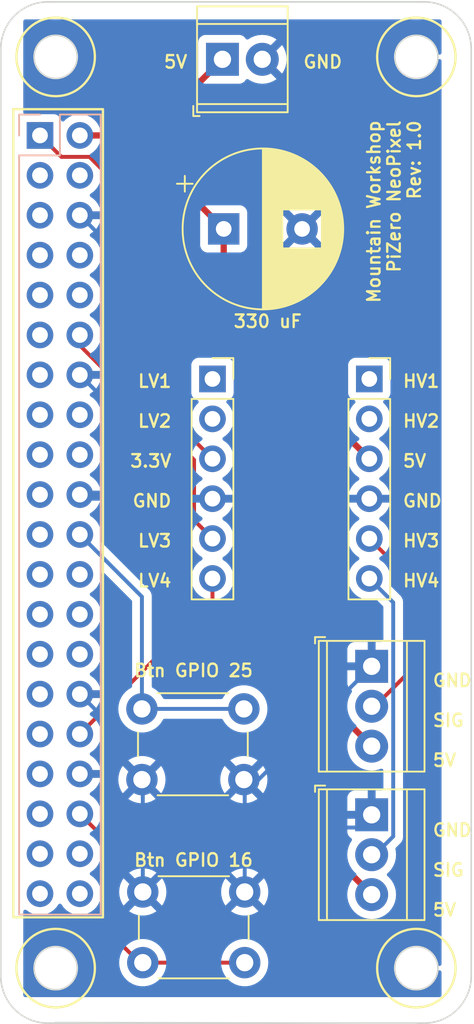
<source format=kicad_pcb>
(kicad_pcb (version 20221018) (generator pcbnew)
  (title_block (title "PiZero NeoPixel") (date "2023-02-27") (rev "1.0") (company "Mountain Workshop"))
  (layers (0 "F.Cu" signal) (31 "B.Cu" signal) (34 "B.Paste" user) (35 "F.Paste" user) (36 "B.SilkS" user "B.Silkscreen") (37 "F.SilkS" user "F.Silkscreen") (38 "B.Mask" user) (39 "F.Mask" user) (44 "Edge.Cuts" user))
  (net 0 "")
  (net 1 "Net-(J1-Pin_1)")
  (net 2 "GND")
  (net 3 "Net-(J1-Pin_12)")
  (net 4 "Net-(J3-Pin_2)")
  (net 5 "Net-(J1-Pin_36)")
  (net 20 "Net-(J1-Pin_22)")
  (net 28 "Net-(J1-Pin_32)")
  (net 38 "Net-(J4-Pin_2)")
  (net 39 "+5V")
  (footprint "TerminalBlock_TE-Connectivity:TerminalBlock_TE_282834-3_1x03_P2.54mm_Horizontal" (layer "F.Cu") (at 73.65 81.74 -90)
    (fp_text reference "J4" hide)
    (fp_text value "LED 12")
    (fp_line (start -1.86 2.97) (end -1.86 3.61) (stroke (width 0.12)) (layer "F.SilkS"))
    (fp_line (start -1.86 3.61) (end -1.46 3.61) (stroke (width 0.12)) (layer "F.SilkS"))
    (fp_line (start -1.62 -3.37) (end -1.62 3.37) (stroke (width 0.12)) (layer "F.SilkS"))
    (fp_line (start -1.62 -3.37) (end 6.7 -3.37) (stroke (width 0.12)) (layer "F.SilkS"))
    (fp_line (start -1.62 -2.25) (end 6.7 -2.25) (stroke (width 0.12)) (layer "F.SilkS"))
    (fp_line (start -1.62 2.85) (end 6.7 2.85) (stroke (width 0.12)) (layer "F.SilkS"))
    (fp_line (start -1.62 3.37) (end 6.7 3.37) (stroke (width 0.12)) (layer "F.SilkS"))
    (fp_line (start 6.7 -3.37) (end 6.7 3.37) (stroke (width 0.12)) (layer "F.SilkS"))
    (pad "1" thru_hole rect (at 0 0 270) (size 2.1 2.1) (drill 1.1) (layers "*.Cu" "*.Mask") (net 2 "GND"))
    (pad "2" thru_hole circle (at 2.54 0 270) (size 2.1 2.1) (drill 1.1) (layers "*.Cu" "*.Mask") (net 38 "Net-(J4-Pin_2)"))
    (pad "3" thru_hole circle (at 5.08 0 270) (size 2.1 2.1) (drill 1.1) (layers "*.Cu" "*.Mask") (net 39 "+5V"))
  )
  (footprint "Button_Switch_THT:SW_PUSH_6mm_H9.5mm" (layer "F.Cu") (at 65.555 91.15 180)
    (fp_text reference "SW1" hide)
    (fp_text value "Button")
    (fp_line (start -0.25 1.5) (end -0.25 3) (stroke (width 0.12)) (layer "F.SilkS"))
    (fp_line (start 1 5.5) (end 5.5 5.5) (stroke (width 0.12)) (layer "F.SilkS"))
    (fp_line (start 5.5 -1) (end 1 -1) (stroke (width 0.12)) (layer "F.SilkS"))
    (fp_line (start 6.75 3) (end 6.75 1.5) (stroke (width 0.12)) (layer "F.SilkS"))
    (pad "1" thru_hole circle (at 0 0 270) (size 2 2) (drill 1.1) (layers "*.Cu" "*.Mask") (net 5 "Net-(J1-Pin_36)"))
    (pad "1" thru_hole circle (at 6.5 0 270) (size 2 2) (drill 1.1) (layers "*.Cu" "*.Mask") (net 5 "Net-(J1-Pin_36)"))
    (pad "2" thru_hole circle (at 0 4.5 270) (size 2 2) (drill 1.1) (layers "*.Cu" "*.Mask") (net 2 "GND"))
    (pad "2" thru_hole circle (at 6.5 4.5 270) (size 2 2) (drill 1.1) (layers "*.Cu" "*.Mask") (net 2 "GND"))
  )
  (footprint "Connector_PinSocket_2.54mm:PinSocket_1x06_P2.54mm_Vertical" (layer "F.Cu") (at 73.5 54)
    (fp_text reference "J6" hide)
    (fp_text value "Converter High Side")
    (fp_line (start -1.33 1.27) (end -1.33 14.03) (stroke (width 0.12)) (layer "F.SilkS"))
    (fp_line (start -1.33 1.27) (end 1.33 1.27) (stroke (width 0.12)) (layer "F.SilkS"))
    (fp_line (start -1.33 14.03) (end 1.33 14.03) (stroke (width 0.12)) (layer "F.SilkS"))
    (fp_line (start 0 -1.33) (end 1.33 -1.33) (stroke (width 0.12)) (layer "F.SilkS"))
    (fp_line (start 1.33 -1.33) (end 1.33 0) (stroke (width 0.12)) (layer "F.SilkS"))
    (fp_line (start 1.33 1.27) (end 1.33 14.03) (stroke (width 0.12)) (layer "F.SilkS"))
    (pad "1" thru_hole rect (at 0 0) (size 1.7 1.7) (drill 1) (layers "*.Cu" "*.Mask"))
    (pad "2" thru_hole oval (at 0 2.54) (size 1.7 1.7) (drill 1) (layers "*.Cu" "*.Mask"))
    (pad "3" thru_hole oval (at 0 5.08) (size 1.7 1.7) (drill 1) (layers "*.Cu" "*.Mask") (net 39 "+5V"))
    (pad "4" thru_hole oval (at 0 7.62) (size 1.7 1.7) (drill 1) (layers "*.Cu" "*.Mask") (net 2 "GND"))
    (pad "5" thru_hole oval (at 0 10.16) (size 1.7 1.7) (drill 1) (layers "*.Cu" "*.Mask") (net 4 "Net-(J3-Pin_2)"))
    (pad "6" thru_hole oval (at 0 12.7) (size 1.7 1.7) (drill 1) (layers "*.Cu" "*.Mask") (net 38 "Net-(J4-Pin_2)"))
  )
  (footprint "TerminalBlock_TE-Connectivity:TerminalBlock_TE_282834-2_1x02_P2.54mm_Horizontal" (layer "F.Cu") (at 64.135 33.655)
    (fp_text reference "J2" hide)
    (fp_text value "Power")
    (fp_line (start -1.86 2.97) (end -1.86 3.61) (stroke (width 0.12)) (layer "F.SilkS"))
    (fp_line (start -1.86 3.61) (end -1.46 3.61) (stroke (width 0.12)) (layer "F.SilkS"))
    (fp_line (start -1.62 -3.37) (end -1.62 3.37) (stroke (width 0.12)) (layer "F.SilkS"))
    (fp_line (start -1.62 -3.37) (end 4.16 -3.37) (stroke (width 0.12)) (layer "F.SilkS"))
    (fp_line (start -1.62 -2.25) (end 4.16 -2.25) (stroke (width 0.12)) (layer "F.SilkS"))
    (fp_line (start -1.62 2.85) (end 4.16 2.85) (stroke (width 0.12)) (layer "F.SilkS"))
    (fp_line (start -1.62 3.37) (end 4.16 3.37) (stroke (width 0.12)) (layer "F.SilkS"))
    (fp_line (start 4.16 -3.37) (end 4.16 3.37) (stroke (width 0.12)) (layer "F.SilkS"))
    (pad "1" thru_hole rect (at 0 0) (size 2.1 2.1) (drill 1.1) (layers "*.Cu" "*.Mask") (net 39 "+5V"))
    (pad "2" thru_hole circle (at 2.54 0) (size 2.1 2.1) (drill 1.1) (layers "*.Cu" "*.Mask") (net 2 "GND"))
  )
  (footprint "Button_Switch_THT:SW_PUSH_6mm_H9.5mm" (layer "F.Cu") (at 59 75)
    (fp_text reference "SW2" hide)
    (fp_text value "Button 25")
    (fp_line (start -0.25 1.5) (end -0.25 3) (stroke (width 0.12)) (layer "F.SilkS"))
    (fp_line (start 1 5.5) (end 5.5 5.5) (stroke (width 0.12)) (layer "F.SilkS"))
    (fp_line (start 5.5 -1) (end 1 -1) (stroke (width 0.12)) (layer "F.SilkS"))
    (fp_line (start 6.75 3) (end 6.75 1.5) (stroke (width 0.12)) (layer "F.SilkS"))
    (pad "1" thru_hole circle (at 0 0 90) (size 2 2) (drill 1.1) (layers "*.Cu" "*.Mask") (net 20 "Net-(J1-Pin_22)"))
    (pad "1" thru_hole circle (at 6.5 0 90) (size 2 2) (drill 1.1) (layers "*.Cu" "*.Mask") (net 20 "Net-(J1-Pin_22)"))
    (pad "2" thru_hole circle (at 0 4.5 90) (size 2 2) (drill 1.1) (layers "*.Cu" "*.Mask") (net 2 "GND"))
    (pad "2" thru_hole circle (at 6.5 4.5 90) (size 2 2) (drill 1.1) (layers "*.Cu" "*.Mask") (net 2 "GND"))
  )
  (footprint "TerminalBlock_TE-Connectivity:TerminalBlock_TE_282834-3_1x03_P2.54mm_Horizontal" (layer "F.Cu") (at 73.65 72.29 -90)
    (fp_text reference "J3" hide)
    (fp_text value "LED 18")
    (fp_line (start -1.86 2.97) (end -1.86 3.61) (stroke (width 0.12)) (layer "F.SilkS"))
    (fp_line (start -1.86 3.61) (end -1.46 3.61) (stroke (width 0.12)) (layer "F.SilkS"))
    (fp_line (start -1.62 -3.37) (end -1.62 3.37) (stroke (width 0.12)) (layer "F.SilkS"))
    (fp_line (start -1.62 -3.37) (end 6.7 -3.37) (stroke (width 0.12)) (layer "F.SilkS"))
    (fp_line (start -1.62 -2.25) (end 6.7 -2.25) (stroke (width 0.12)) (layer "F.SilkS"))
    (fp_line (start -1.62 2.85) (end 6.7 2.85) (stroke (width 0.12)) (layer "F.SilkS"))
    (fp_line (start -1.62 3.37) (end 6.7 3.37) (stroke (width 0.12)) (layer "F.SilkS"))
    (fp_line (start 6.7 -3.37) (end 6.7 3.37) (stroke (width 0.12)) (layer "F.SilkS"))
    (pad "1" thru_hole rect (at 0 0 270) (size 2.1 2.1) (drill 1.1) (layers "*.Cu" "*.Mask") (net 2 "GND"))
    (pad "2" thru_hole circle (at 2.54 0 270) (size 2.1 2.1) (drill 1.1) (layers "*.Cu" "*.Mask") (net 4 "Net-(J3-Pin_2)"))
    (pad "3" thru_hole circle (at 5.08 0 270) (size 2.1 2.1) (drill 1.1) (layers "*.Cu" "*.Mask") (net 39 "+5V"))
  )
  (footprint "Connector_PinSocket_2.54mm:PinSocket_1x06_P2.54mm_Vertical" (layer "F.Cu") (at 63.5 54)
    (fp_text reference "J5" hide)
    (fp_text value "Converter Low Side")
    (fp_line (start -1.33 1.27) (end -1.33 14.03) (stroke (width 0.12)) (layer "F.SilkS"))
    (fp_line (start -1.33 1.27) (end 1.33 1.27) (stroke (width 0.12)) (layer "F.SilkS"))
    (fp_line (start -1.33 14.03) (end 1.33 14.03) (stroke (width 0.12)) (layer "F.SilkS"))
    (fp_line (start 0 -1.33) (end 1.33 -1.33) (stroke (width 0.12)) (layer "F.SilkS"))
    (fp_line (start 1.33 -1.33) (end 1.33 0) (stroke (width 0.12)) (layer "F.SilkS"))
    (fp_line (start 1.33 1.27) (end 1.33 14.03) (stroke (width 0.12)) (layer "F.SilkS"))
    (pad "1" thru_hole rect (at 0 0) (size 1.7 1.7) (drill 1) (layers "*.Cu" "*.Mask"))
    (pad "2" thru_hole oval (at 0 2.54) (size 1.7 1.7) (drill 1) (layers "*.Cu" "*.Mask"))
    (pad "3" thru_hole oval (at 0 5.08) (size 1.7 1.7) (drill 1) (layers "*.Cu" "*.Mask") (net 1 "Net-(J1-Pin_1)"))
    (pad "4" thru_hole oval (at 0 7.62) (size 1.7 1.7) (drill 1) (layers "*.Cu" "*.Mask") (net 2 "GND"))
    (pad "5" thru_hole oval (at 0 10.16) (size 1.7 1.7) (drill 1) (layers "*.Cu" "*.Mask") (net 3 "Net-(J1-Pin_12)"))
    (pad "6" thru_hole oval (at 0 12.7) (size 1.7 1.7) (drill 1) (layers "*.Cu" "*.Mask") (net 28 "Net-(J1-Pin_32)"))
  )
  (footprint "Capacitor_THT:CP_Radial_D10.0mm_P5.00mm" (layer "F.Cu") (at 64.215 44.45)
    (fp_text reference "C1" hide)
    (fp_text value "330uF")
    (fp_line (start -2.979646 -2.875) (end -1.979646 -2.875) (stroke (width 0.12)) (layer "F.SilkS"))
    (fp_line (start -2.479646 -3.375) (end -2.479646 -2.375) (stroke (width 0.12)) (layer "F.SilkS"))
    (fp_line (start 2.5 -5.08) (end 2.5 5.08) (stroke (width 0.12)) (layer "F.SilkS"))
    (fp_line (start 2.54 -5.08) (end 2.54 5.08) (stroke (width 0.12)) (layer "F.SilkS"))
    (fp_line (start 2.58 -5.08) (end 2.58 5.08) (stroke (width 0.12)) (layer "F.SilkS"))
    (fp_line (start 2.62 -5.079) (end 2.62 5.079) (stroke (width 0.12)) (layer "F.SilkS"))
    (fp_line (start 2.66 -5.078) (end 2.66 5.078) (stroke (width 0.12)) (layer "F.SilkS"))
    (fp_line (start 2.7 -5.077) (end 2.7 5.077) (stroke (width 0.12)) (layer "F.SilkS"))
    (fp_line (start 2.74 -5.075) (end 2.74 5.075) (stroke (width 0.12)) (layer "F.SilkS"))
    (fp_line (start 2.78 -5.073) (end 2.78 5.073) (stroke (width 0.12)) (layer "F.SilkS"))
    (fp_line (start 2.82 -5.07) (end 2.82 5.07) (stroke (width 0.12)) (layer "F.SilkS"))
    (fp_line (start 2.86 -5.068) (end 2.86 5.068) (stroke (width 0.12)) (layer "F.SilkS"))
    (fp_line (start 2.9 -5.065) (end 2.9 5.065) (stroke (width 0.12)) (layer "F.SilkS"))
    (fp_line (start 2.94 -5.062) (end 2.94 5.062) (stroke (width 0.12)) (layer "F.SilkS"))
    (fp_line (start 2.98 -5.058) (end 2.98 5.058) (stroke (width 0.12)) (layer "F.SilkS"))
    (fp_line (start 3.02 -5.054) (end 3.02 5.054) (stroke (width 0.12)) (layer "F.SilkS"))
    (fp_line (start 3.06 -5.05) (end 3.06 5.05) (stroke (width 0.12)) (layer "F.SilkS"))
    (fp_line (start 3.1 -5.045) (end 3.1 5.045) (stroke (width 0.12)) (layer "F.SilkS"))
    (fp_line (start 3.14 -5.04) (end 3.14 5.04) (stroke (width 0.12)) (layer "F.SilkS"))
    (fp_line (start 3.18 -5.035) (end 3.18 5.035) (stroke (width 0.12)) (layer "F.SilkS"))
    (fp_line (start 3.221 -5.03) (end 3.221 5.03) (stroke (width 0.12)) (layer "F.SilkS"))
    (fp_line (start 3.261 -5.024) (end 3.261 5.024) (stroke (width 0.12)) (layer "F.SilkS"))
    (fp_line (start 3.301 -5.018) (end 3.301 5.018) (stroke (width 0.12)) (layer "F.SilkS"))
    (fp_line (start 3.341 -5.011) (end 3.341 5.011) (stroke (width 0.12)) (layer "F.SilkS"))
    (fp_line (start 3.381 -5.004) (end 3.381 5.004) (stroke (width 0.12)) (layer "F.SilkS"))
    (fp_line (start 3.421 -4.997) (end 3.421 4.997) (stroke (width 0.12)) (layer "F.SilkS"))
    (fp_line (start 3.461 -4.99) (end 3.461 4.99) (stroke (width 0.12)) (layer "F.SilkS"))
    (fp_line (start 3.501 -4.982) (end 3.501 4.982) (stroke (width 0.12)) (layer "F.SilkS"))
    (fp_line (start 3.541 -4.974) (end 3.541 4.974) (stroke (width 0.12)) (layer "F.SilkS"))
    (fp_line (start 3.581 -4.965) (end 3.581 4.965) (stroke (width 0.12)) (layer "F.SilkS"))
    (fp_line (start 3.621 -4.956) (end 3.621 4.956) (stroke (width 0.12)) (layer "F.SilkS"))
    (fp_line (start 3.661 -4.947) (end 3.661 4.947) (stroke (width 0.12)) (layer "F.SilkS"))
    (fp_line (start 3.701 -4.938) (end 3.701 4.938) (stroke (width 0.12)) (layer "F.SilkS"))
    (fp_line (start 3.741 -4.928) (end 3.741 4.928) (stroke (width 0.12)) (layer "F.SilkS"))
    (fp_line (start 3.781 -4.918) (end 3.781 -1.241) (stroke (width 0.12)) (layer "F.SilkS"))
    (fp_line (start 3.781 1.241) (end 3.781 4.918) (stroke (width 0.12)) (layer "F.SilkS"))
    (fp_line (start 3.821 -4.907) (end 3.821 -1.241) (stroke (width 0.12)) (layer "F.SilkS"))
    (fp_line (start 3.821 1.241) (end 3.821 4.907) (stroke (width 0.12)) (layer "F.SilkS"))
    (fp_line (start 3.861 -4.897) (end 3.861 -1.241) (stroke (width 0.12)) (layer "F.SilkS"))
    (fp_line (start 3.861 1.241) (end 3.861 4.897) (stroke (width 0.12)) (layer "F.SilkS"))
    (fp_line (start 3.901 -4.885) (end 3.901 -1.241) (stroke (width 0.12)) (layer "F.SilkS"))
    (fp_line (start 3.901 1.241) (end 3.901 4.885) (stroke (width 0.12)) (layer "F.SilkS"))
    (fp_line (start 3.941 -4.874) (end 3.941 -1.241) (stroke (width 0.12)) (layer "F.SilkS"))
    (fp_line (start 3.941 1.241) (end 3.941 4.874) (stroke (width 0.12)) (layer "F.SilkS"))
    (fp_line (start 3.981 -4.862) (end 3.981 -1.241) (stroke (width 0.12)) (layer "F.SilkS"))
    (fp_line (start 3.981 1.241) (end 3.981 4.862) (stroke (width 0.12)) (layer "F.SilkS"))
    (fp_line (start 4.021 -4.85) (end 4.021 -1.241) (stroke (width 0.12)) (layer "F.SilkS"))
    (fp_line (start 4.021 1.241) (end 4.021 4.85) (stroke (width 0.12)) (layer "F.SilkS"))
    (fp_line (start 4.061 -4.837) (end 4.061 -1.241) (stroke (width 0.12)) (layer "F.SilkS"))
    (fp_line (start 4.061 1.241) (end 4.061 4.837) (stroke (width 0.12)) (layer "F.SilkS"))
    (fp_line (start 4.101 -4.824) (end 4.101 -1.241) (stroke (width 0.12)) (layer "F.SilkS"))
    (fp_line (start 4.101 1.241) (end 4.101 4.824) (stroke (width 0.12)) (layer "F.SilkS"))
    (fp_line (start 4.141 -4.811) (end 4.141 -1.241) (stroke (width 0.12)) (layer "F.SilkS"))
    (fp_line (start 4.141 1.241) (end 4.141 4.811) (stroke (width 0.12)) (layer "F.SilkS"))
    (fp_line (start 4.181 -4.797) (end 4.181 -1.241) (stroke (width 0.12)) (layer "F.SilkS"))
    (fp_line (start 4.181 1.241) (end 4.181 4.797) (stroke (width 0.12)) (layer "F.SilkS"))
    (fp_line (start 4.221 -4.783) (end 4.221 -1.241) (stroke (width 0.12)) (layer "F.SilkS"))
    (fp_line (start 4.221 1.241) (end 4.221 4.783) (stroke (width 0.12)) (layer "F.SilkS"))
    (fp_line (start 4.261 -4.768) (end 4.261 -1.241) (stroke (width 0.12)) (layer "F.SilkS"))
    (fp_line (start 4.261 1.241) (end 4.261 4.768) (stroke (width 0.12)) (layer "F.SilkS"))
    (fp_line (start 4.301 -4.754) (end 4.301 -1.241) (stroke (width 0.12)) (layer "F.SilkS"))
    (fp_line (start 4.301 1.241) (end 4.301 4.754) (stroke (width 0.12)) (layer "F.SilkS"))
    (fp_line (start 4.341 -4.738) (end 4.341 -1.241) (stroke (width 0.12)) (layer "F.SilkS"))
    (fp_line (start 4.341 1.241) (end 4.341 4.738) (stroke (width 0.12)) (layer "F.SilkS"))
    (fp_line (start 4.381 -4.723) (end 4.381 -1.241) (stroke (width 0.12)) (layer "F.SilkS"))
    (fp_line (start 4.381 1.241) (end 4.381 4.723) (stroke (width 0.12)) (layer "F.SilkS"))
    (fp_line (start 4.421 -4.707) (end 4.421 -1.241) (stroke (width 0.12)) (layer "F.SilkS"))
    (fp_line (start 4.421 1.241) (end 4.421 4.707) (stroke (width 0.12)) (layer "F.SilkS"))
    (fp_line (start 4.461 -4.69) (end 4.461 -1.241) (stroke (width 0.12)) (layer "F.SilkS"))
    (fp_line (start 4.461 1.241) (end 4.461 4.69) (stroke (width 0.12)) (layer "F.SilkS"))
    (fp_line (start 4.501 -4.674) (end 4.501 -1.241) (stroke (width 0.12)) (layer "F.SilkS"))
    (fp_line (start 4.501 1.241) (end 4.501 4.674) (stroke (width 0.12)) (layer "F.SilkS"))
    (fp_line (start 4.541 -4.657) (end 4.541 -1.241) (stroke (width 0.12)) (layer "F.SilkS"))
    (fp_line (start 4.541 1.241) (end 4.541 4.657) (stroke (width 0.12)) (layer "F.SilkS"))
    (fp_line (start 4.581 -4.639) (end 4.581 -1.241) (stroke (width 0.12)) (layer "F.SilkS"))
    (fp_line (start 4.581 1.241) (end 4.581 4.639) (stroke (width 0.12)) (layer "F.SilkS"))
    (fp_line (start 4.621 -4.621) (end 4.621 -1.241) (stroke (width 0.12)) (layer "F.SilkS"))
    (fp_line (start 4.621 1.241) (end 4.621 4.621) (stroke (width 0.12)) (layer "F.SilkS"))
    (fp_line (start 4.661 -4.603) (end 4.661 -1.241) (stroke (width 0.12)) (layer "F.SilkS"))
    (fp_line (start 4.661 1.241) (end 4.661 4.603) (stroke (width 0.12)) (layer "F.SilkS"))
    (fp_line (start 4.701 -4.584) (end 4.701 -1.241) (stroke (width 0.12)) (layer "F.SilkS"))
    (fp_line (start 4.701 1.241) (end 4.701 4.584) (stroke (width 0.12)) (layer "F.SilkS"))
    (fp_line (start 4.741 -4.564) (end 4.741 -1.241) (stroke (width 0.12)) (layer "F.SilkS"))
    (fp_line (start 4.741 1.241) (end 4.741 4.564) (stroke (width 0.12)) (layer "F.SilkS"))
    (fp_line (start 4.781 -4.545) (end 4.781 -1.241) (stroke (width 0.12)) (layer "F.SilkS"))
    (fp_line (start 4.781 1.241) (end 4.781 4.545) (stroke (width 0.12)) (layer "F.SilkS"))
    (fp_line (start 4.821 -4.525) (end 4.821 -1.241) (stroke (width 0.12)) (layer "F.SilkS"))
    (fp_line (start 4.821 1.241) (end 4.821 4.525) (stroke (width 0.12)) (layer "F.SilkS"))
    (fp_line (start 4.861 -4.504) (end 4.861 -1.241) (stroke (width 0.12)) (layer "F.SilkS"))
    (fp_line (start 4.861 1.241) (end 4.861 4.504) (stroke (width 0.12)) (layer "F.SilkS"))
    (fp_line (start 4.901 -4.483) (end 4.901 -1.241) (stroke (width 0.12)) (layer "F.SilkS"))
    (fp_line (start 4.901 1.241) (end 4.901 4.483) (stroke (width 0.12)) (layer "F.SilkS"))
    (fp_line (start 4.941 -4.462) (end 4.941 -1.241) (stroke (width 0.12)) (layer "F.SilkS"))
    (fp_line (start 4.941 1.241) (end 4.941 4.462) (stroke (width 0.12)) (layer "F.SilkS"))
    (fp_line (start 4.981 -4.44) (end 4.981 -1.241) (stroke (width 0.12)) (layer "F.SilkS"))
    (fp_line (start 4.981 1.241) (end 4.981 4.44) (stroke (width 0.12)) (layer "F.SilkS"))
    (fp_line (start 5.021 -4.417) (end 5.021 -1.241) (stroke (width 0.12)) (layer "F.SilkS"))
    (fp_line (start 5.021 1.241) (end 5.021 4.417) (stroke (width 0.12)) (layer "F.SilkS"))
    (fp_line (start 5.061 -4.395) (end 5.061 -1.241) (stroke (width 0.12)) (layer "F.SilkS"))
    (fp_line (start 5.061 1.241) (end 5.061 4.395) (stroke (width 0.12)) (layer "F.SilkS"))
    (fp_line (start 5.101 -4.371) (end 5.101 -1.241) (stroke (width 0.12)) (layer "F.SilkS"))
    (fp_line (start 5.101 1.241) (end 5.101 4.371) (stroke (width 0.12)) (layer "F.SilkS"))
    (fp_line (start 5.141 -4.347) (end 5.141 -1.241) (stroke (width 0.12)) (layer "F.SilkS"))
    (fp_line (start 5.141 1.241) (end 5.141 4.347) (stroke (width 0.12)) (layer "F.SilkS"))
    (fp_line (start 5.181 -4.323) (end 5.181 -1.241) (stroke (width 0.12)) (layer "F.SilkS"))
    (fp_line (start 5.181 1.241) (end 5.181 4.323) (stroke (width 0.12)) (layer "F.SilkS"))
    (fp_line (start 5.221 -4.298) (end 5.221 -1.241) (stroke (width 0.12)) (layer "F.SilkS"))
    (fp_line (start 5.221 1.241) (end 5.221 4.298) (stroke (width 0.12)) (layer "F.SilkS"))
    (fp_line (start 5.261 -4.273) (end 5.261 -1.241) (stroke (width 0.12)) (layer "F.SilkS"))
    (fp_line (start 5.261 1.241) (end 5.261 4.273) (stroke (width 0.12)) (layer "F.SilkS"))
    (fp_line (start 5.301 -4.247) (end 5.301 -1.241) (stroke (width 0.12)) (layer "F.SilkS"))
    (fp_line (start 5.301 1.241) (end 5.301 4.247) (stroke (width 0.12)) (layer "F.SilkS"))
    (fp_line (start 5.341 -4.221) (end 5.341 -1.241) (stroke (width 0.12)) (layer "F.SilkS"))
    (fp_line (start 5.341 1.241) (end 5.341 4.221) (stroke (width 0.12)) (layer "F.SilkS"))
    (fp_line (start 5.381 -4.194) (end 5.381 -1.241) (stroke (width 0.12)) (layer "F.SilkS"))
    (fp_line (start 5.381 1.241) (end 5.381 4.194) (stroke (width 0.12)) (layer "F.SilkS"))
    (fp_line (start 5.421 -4.166) (end 5.421 -1.241) (stroke (width 0.12)) (layer "F.SilkS"))
    (fp_line (start 5.421 1.241) (end 5.421 4.166) (stroke (width 0.12)) (layer "F.SilkS"))
    (fp_line (start 5.461 -4.138) (end 5.461 -1.241) (stroke (width 0.12)) (layer "F.SilkS"))
    (fp_line (start 5.461 1.241) (end 5.461 4.138) (stroke (width 0.12)) (layer "F.SilkS"))
    (fp_line (start 5.501 -4.11) (end 5.501 -1.241) (stroke (width 0.12)) (layer "F.SilkS"))
    (fp_line (start 5.501 1.241) (end 5.501 4.11) (stroke (width 0.12)) (layer "F.SilkS"))
    (fp_line (start 5.541 -4.08) (end 5.541 -1.241) (stroke (width 0.12)) (layer "F.SilkS"))
    (fp_line (start 5.541 1.241) (end 5.541 4.08) (stroke (width 0.12)) (layer "F.SilkS"))
    (fp_line (start 5.581 -4.05) (end 5.581 -1.241) (stroke (width 0.12)) (layer "F.SilkS"))
    (fp_line (start 5.581 1.241) (end 5.581 4.05) (stroke (width 0.12)) (layer "F.SilkS"))
    (fp_line (start 5.621 -4.02) (end 5.621 -1.241) (stroke (width 0.12)) (layer "F.SilkS"))
    (fp_line (start 5.621 1.241) (end 5.621 4.02) (stroke (width 0.12)) (layer "F.SilkS"))
    (fp_line (start 5.661 -3.989) (end 5.661 -1.241) (stroke (width 0.12)) (layer "F.SilkS"))
    (fp_line (start 5.661 1.241) (end 5.661 3.989) (stroke (width 0.12)) (layer "F.SilkS"))
    (fp_line (start 5.701 -3.957) (end 5.701 -1.241) (stroke (width 0.12)) (layer "F.SilkS"))
    (fp_line (start 5.701 1.241) (end 5.701 3.957) (stroke (width 0.12)) (layer "F.SilkS"))
    (fp_line (start 5.741 -3.925) (end 5.741 -1.241) (stroke (width 0.12)) (layer "F.SilkS"))
    (fp_line (start 5.741 1.241) (end 5.741 3.925) (stroke (width 0.12)) (layer "F.SilkS"))
    (fp_line (start 5.781 -3.892) (end 5.781 -1.241) (stroke (width 0.12)) (layer "F.SilkS"))
    (fp_line (start 5.781 1.241) (end 5.781 3.892) (stroke (width 0.12)) (layer "F.SilkS"))
    (fp_line (start 5.821 -3.858) (end 5.821 -1.241) (stroke (width 0.12)) (layer "F.SilkS"))
    (fp_line (start 5.821 1.241) (end 5.821 3.858) (stroke (width 0.12)) (layer "F.SilkS"))
    (fp_line (start 5.861 -3.824) (end 5.861 -1.241) (stroke (width 0.12)) (layer "F.SilkS"))
    (fp_line (start 5.861 1.241) (end 5.861 3.824) (stroke (width 0.12)) (layer "F.SilkS"))
    (fp_line (start 5.901 -3.789) (end 5.901 -1.241) (stroke (width 0.12)) (layer "F.SilkS"))
    (fp_line (start 5.901 1.241) (end 5.901 3.789) (stroke (width 0.12)) (layer "F.SilkS"))
    (fp_line (start 5.941 -3.753) (end 5.941 -1.241) (stroke (width 0.12)) (layer "F.SilkS"))
    (fp_line (start 5.941 1.241) (end 5.941 3.753) (stroke (width 0.12)) (layer "F.SilkS"))
    (fp_line (start 5.981 -3.716) (end 5.981 -1.241) (stroke (width 0.12)) (layer "F.SilkS"))
    (fp_line (start 5.981 1.241) (end 5.981 3.716) (stroke (width 0.12)) (layer "F.SilkS"))
    (fp_line (start 6.021 -3.679) (end 6.021 -1.241) (stroke (width 0.12)) (layer "F.SilkS"))
    (fp_line (start 6.021 1.241) (end 6.021 3.679) (stroke (width 0.12)) (layer "F.SilkS"))
    (fp_line (start 6.061 -3.64) (end 6.061 -1.241) (stroke (width 0.12)) (layer "F.SilkS"))
    (fp_line (start 6.061 1.241) (end 6.061 3.64) (stroke (width 0.12)) (layer "F.SilkS"))
    (fp_line (start 6.101 -3.601) (end 6.101 -1.241) (stroke (width 0.12)) (layer "F.SilkS"))
    (fp_line (start 6.101 1.241) (end 6.101 3.601) (stroke (width 0.12)) (layer "F.SilkS"))
    (fp_line (start 6.141 -3.561) (end 6.141 -1.241) (stroke (width 0.12)) (layer "F.SilkS"))
    (fp_line (start 6.141 1.241) (end 6.141 3.561) (stroke (width 0.12)) (layer "F.SilkS"))
    (fp_line (start 6.181 -3.52) (end 6.181 -1.241) (stroke (width 0.12)) (layer "F.SilkS"))
    (fp_line (start 6.181 1.241) (end 6.181 3.52) (stroke (width 0.12)) (layer "F.SilkS"))
    (fp_line (start 6.221 -3.478) (end 6.221 -1.241) (stroke (width 0.12)) (layer "F.SilkS"))
    (fp_line (start 6.221 1.241) (end 6.221 3.478) (stroke (width 0.12)) (layer "F.SilkS"))
    (fp_line (start 6.261 -3.436) (end 6.261 3.436) (stroke (width 0.12)) (layer "F.SilkS"))
    (fp_line (start 6.301 -3.392) (end 6.301 3.392) (stroke (width 0.12)) (layer "F.SilkS"))
    (fp_line (start 6.341 -3.347) (end 6.341 3.347) (stroke (width 0.12)) (layer "F.SilkS"))
    (fp_line (start 6.381 -3.301) (end 6.381 3.301) (stroke (width 0.12)) (layer "F.SilkS"))
    (fp_line (start 6.421 -3.254) (end 6.421 3.254) (stroke (width 0.12)) (layer "F.SilkS"))
    (fp_line (start 6.461 -3.206) (end 6.461 3.206) (stroke (width 0.12)) (layer "F.SilkS"))
    (fp_line (start 6.501 -3.156) (end 6.501 3.156) (stroke (width 0.12)) (layer "F.SilkS"))
    (fp_line (start 6.541 -3.106) (end 6.541 3.106) (stroke (width 0.12)) (layer "F.SilkS"))
    (fp_line (start 6.581 -3.054) (end 6.581 3.054) (stroke (width 0.12)) (layer "F.SilkS"))
    (fp_line (start 6.621 -3) (end 6.621 3) (stroke (width 0.12)) (layer "F.SilkS"))
    (fp_line (start 6.661 -2.945) (end 6.661 2.945) (stroke (width 0.12)) (layer "F.SilkS"))
    (fp_line (start 6.701 -2.889) (end 6.701 2.889) (stroke (width 0.12)) (layer "F.SilkS"))
    (fp_line (start 6.741 -2.83) (end 6.741 2.83) (stroke (width 0.12)) (layer "F.SilkS"))
    (fp_line (start 6.781 -2.77) (end 6.781 2.77) (stroke (width 0.12)) (layer "F.SilkS"))
    (fp_line (start 6.821 -2.709) (end 6.821 2.709) (stroke (width 0.12)) (layer "F.SilkS"))
    (fp_line (start 6.861 -2.645) (end 6.861 2.645) (stroke (width 0.12)) (layer "F.SilkS"))
    (fp_line (start 6.901 -2.579) (end 6.901 2.579) (stroke (width 0.12)) (layer "F.SilkS"))
    (fp_line (start 6.941 -2.51) (end 6.941 2.51) (stroke (width 0.12)) (layer "F.SilkS"))
    (fp_line (start 6.981 -2.439) (end 6.981 2.439) (stroke (width 0.12)) (layer "F.SilkS"))
    (fp_line (start 7.021 -2.365) (end 7.021 2.365) (stroke (width 0.12)) (layer "F.SilkS"))
    (fp_line (start 7.061 -2.289) (end 7.061 2.289) (stroke (width 0.12)) (layer "F.SilkS"))
    (fp_line (start 7.101 -2.209) (end 7.101 2.209) (stroke (width 0.12)) (layer "F.SilkS"))
    (fp_line (start 7.141 -2.125) (end 7.141 2.125) (stroke (width 0.12)) (layer "F.SilkS"))
    (fp_line (start 7.181 -2.037) (end 7.181 2.037) (stroke (width 0.12)) (layer "F.SilkS"))
    (fp_line (start 7.221 -1.944) (end 7.221 1.944) (stroke (width 0.12)) (layer "F.SilkS"))
    (fp_line (start 7.261 -1.846) (end 7.261 1.846) (stroke (width 0.12)) (layer "F.SilkS"))
    (fp_line (start 7.301 -1.742) (end 7.301 1.742) (stroke (width 0.12)) (layer "F.SilkS"))
    (fp_line (start 7.341 -1.63) (end 7.341 1.63) (stroke (width 0.12)) (layer "F.SilkS"))
    (fp_line (start 7.381 -1.51) (end 7.381 1.51) (stroke (width 0.12)) (layer "F.SilkS"))
    (fp_line (start 7.421 -1.378) (end 7.421 1.378) (stroke (width 0.12)) (layer "F.SilkS"))
    (fp_line (start 7.461 -1.23) (end 7.461 1.23) (stroke (width 0.12)) (layer "F.SilkS"))
    (fp_line (start 7.501 -1.062) (end 7.501 1.062) (stroke (width 0.12)) (layer "F.SilkS"))
    (fp_line (start 7.541 -0.862) (end 7.541 0.862) (stroke (width 0.12)) (layer "F.SilkS"))
    (fp_line (start 7.581 -0.599) (end 7.581 0.599) (stroke (width 0.12)) (layer "F.SilkS"))
    (fp_circle (center 2.5 0) (end 7.62 0) (stroke (width 0.12)) (fill none) (layer "F.SilkS"))
    (pad "1" thru_hole rect (at 0 0) (size 2 2) (drill 1) (layers "*.Cu" "*.Mask") (net 39 "+5V"))
    (pad "2" thru_hole circle (at 5 0) (size 2 2) (drill 1) (layers "*.Cu" "*.Mask") (net 2 "GND"))
  )
  (footprint "Connector_PinSocket_2.54mm:PinSocket_2x20_P2.54mm_Vertical" (layer "B.Cu") (at 52.5 38.5 180)
    (fp_text reference "J1" hide)
    (fp_text value "PiZero" hide)
    (fp_line (start -3.87 -49.59) (end 1.33 -49.59) (stroke (width 0.12)) (layer "B.SilkS"))
    (fp_line (start -3.87 1.33) (end -3.87 -49.59) (stroke (width 0.12)) (layer "B.SilkS"))
    (fp_line (start -3.87 1.33) (end -1.27 1.33) (stroke (width 0.12)) (layer "B.SilkS"))
    (fp_line (start -1.27 -1.27) (end 1.33 -1.27) (stroke (width 0.12)) (layer "B.SilkS"))
    (fp_line (start -1.27 1.33) (end -1.27 -1.27) (stroke (width 0.12)) (layer "B.SilkS"))
    (fp_line (start 0 1.33) (end 1.33 1.33) (stroke (width 0.12)) (layer "B.SilkS"))
    (fp_line (start 1.33 -1.27) (end 1.33 -49.59) (stroke (width 0.12)) (layer "B.SilkS"))
    (fp_line (start 1.33 1.33) (end 1.33 0) (stroke (width 0.12)) (layer "B.SilkS"))
    (pad "1" thru_hole rect (at 0 0 180) (size 1.7 1.7) (drill 1) (layers "*.Cu" "*.Mask") (net 1 "Net-(J1-Pin_1)"))
    (pad "2" thru_hole oval (at -2.54 0 180) (size 1.7 1.7) (drill 1) (layers "*.Cu" "*.Mask") (net 39 "+5V"))
    (pad "3" thru_hole oval (at 0 -2.54 180) (size 1.7 1.7) (drill 1) (layers "*.Cu" "*.Mask"))
    (pad "4" thru_hole oval (at -2.54 -2.54 180) (size 1.7 1.7) (drill 1) (layers "*.Cu" "*.Mask"))
    (pad "5" thru_hole oval (at 0 -5.08 180) (size 1.7 1.7) (drill 1) (layers "*.Cu" "*.Mask"))
    (pad "6" thru_hole oval (at -2.54 -5.08 180) (size 1.7 1.7) (drill 1) (layers "*.Cu" "*.Mask") (net 2 "GND"))
    (pad "7" thru_hole oval (at 0 -7.62 180) (size 1.7 1.7) (drill 1) (layers "*.Cu" "*.Mask"))
    (pad "8" thru_hole oval (at -2.54 -7.62 180) (size 1.7 1.7) (drill 1) (layers "*.Cu" "*.Mask"))
    (pad "9" thru_hole oval (at 0 -10.16 180) (size 1.7 1.7) (drill 1) (layers "*.Cu" "*.Mask"))
    (pad "10" thru_hole oval (at -2.54 -10.16 180) (size 1.7 1.7) (drill 1) (layers "*.Cu" "*.Mask"))
    (pad "11" thru_hole oval (at 0 -12.7 180) (size 1.7 1.7) (drill 1) (layers "*.Cu" "*.Mask"))
    (pad "12" thru_hole oval (at -2.54 -12.7 180) (size 1.7 1.7) (drill 1) (layers "*.Cu" "*.Mask") (net 3 "Net-(J1-Pin_12)"))
    (pad "13" thru_hole oval (at 0 -15.24 180) (size 1.7 1.7) (drill 1) (layers "*.Cu" "*.Mask"))
    (pad "14" thru_hole oval (at -2.54 -15.24 180) (size 1.7 1.7) (drill 1) (layers "*.Cu" "*.Mask") (net 2 "GND"))
    (pad "15" thru_hole oval (at 0 -17.78 180) (size 1.7 1.7) (drill 1) (layers "*.Cu" "*.Mask"))
    (pad "16" thru_hole oval (at -2.54 -17.78 180) (size 1.7 1.7) (drill 1) (layers "*.Cu" "*.Mask"))
    (pad "17" thru_hole oval (at 0 -20.32 180) (size 1.7 1.7) (drill 1) (layers "*.Cu" "*.Mask"))
    (pad "18" thru_hole oval (at -2.54 -20.32 180) (size 1.7 1.7) (drill 1) (layers "*.Cu" "*.Mask"))
    (pad "19" thru_hole oval (at 0 -22.86 180) (size 1.7 1.7) (drill 1) (layers "*.Cu" "*.Mask"))
    (pad "20" thru_hole oval (at -2.54 -22.86 180) (size 1.7 1.7) (drill 1) (layers "*.Cu" "*.Mask") (net 2 "GND"))
    (pad "21" thru_hole oval (at 0 -25.4 180) (size 1.7 1.7) (drill 1) (layers "*.Cu" "*.Mask"))
    (pad "22" thru_hole oval (at -2.54 -25.4 180) (size 1.7 1.7) (drill 1) (layers "*.Cu" "*.Mask") (net 20 "Net-(J1-Pin_22)"))
    (pad "23" thru_hole oval (at 0 -27.94 180) (size 1.7 1.7) (drill 1) (layers "*.Cu" "*.Mask"))
    (pad "24" thru_hole oval (at -2.54 -27.94 180) (size 1.7 1.7) (drill 1) (layers "*.Cu" "*.Mask"))
    (pad "25" thru_hole oval (at 0 -30.48 180) (size 1.7 1.7) (drill 1) (layers "*.Cu" "*.Mask"))
    (pad "26" thru_hole oval (at -2.54 -30.48 180) (size 1.7 1.7) (drill 1) (layers "*.Cu" "*.Mask"))
    (pad "27" thru_hole oval (at 0 -33.02 180) (size 1.7 1.7) (drill 1) (layers "*.Cu" "*.Mask"))
    (pad "28" thru_hole oval (at -2.54 -33.02 180) (size 1.7 1.7) (drill 1) (layers "*.Cu" "*.Mask"))
    (pad "29" thru_hole oval (at 0 -35.56 180) (size 1.7 1.7) (drill 1) (layers "*.Cu" "*.Mask"))
    (pad "30" thru_hole oval (at -2.54 -35.56 180) (size 1.7 1.7) (drill 1) (layers "*.Cu" "*.Mask") (net 2 "GND"))
    (pad "31" thru_hole oval (at 0 -38.1 180) (size 1.7 1.7) (drill 1) (layers "*.Cu" "*.Mask"))
    (pad "32" thru_hole oval (at -2.54 -38.1 180) (size 1.7 1.7) (drill 1) (layers "*.Cu" "*.Mask") (net 28 "Net-(J1-Pin_32)"))
    (pad "33" thru_hole oval (at 0 -40.64 180) (size 1.7 1.7) (drill 1) (layers "*.Cu" "*.Mask"))
    (pad "34" thru_hole oval (at -2.54 -40.64 180) (size 1.7 1.7) (drill 1) (layers "*.Cu" "*.Mask") (net 2 "GND"))
    (pad "35" thru_hole oval (at 0 -43.18 180) (size 1.7 1.7) (drill 1) (layers "*.Cu" "*.Mask"))
    (pad "36" thru_hole oval (at -2.54 -43.18 180) (size 1.7 1.7) (drill 1) (layers "*.Cu" "*.Mask") (net 5 "Net-(J1-Pin_36)"))
    (pad "37" thru_hole oval (at 0 -45.72 180) (size 1.7 1.7) (drill 1) (layers "*.Cu" "*.Mask"))
    (pad "38" thru_hole oval (at -2.54 -45.72 180) (size 1.7 1.7) (drill 1) (layers "*.Cu" "*.Mask"))
    (pad "39" thru_hole oval (at 0 -48.26 180) (size 1.7 1.7) (drill 1) (layers "*.Cu" "*.Mask"))
    (pad "40" thru_hole oval (at -2.54 -48.26 180) (size 1.7 1.7) (drill 1) (layers "*.Cu" "*.Mask"))
  )
  (gr_rect (start 50.8 36.83) (end 56.515 88.265) (stroke (width 0.15)) (fill none) (layer "F.SilkS"))
  (gr_circle (center 76.5 33.5) (end 79 33.5) (stroke (width 0.15)) (fill none) (layer "F.SilkS"))
  (gr_circle (center 53.5 91.5) (end 56 91.5) (stroke (width 0.15)) (fill none) (layer "F.SilkS"))
  (gr_circle (center 53.5 33.5) (end 56 33.5) (stroke (width 0.15)) (fill none) (layer "F.SilkS"))
  (gr_circle (center 76.5 91.5) (end 79 91.5) (stroke (width 0.15)) (fill none) (layer "F.SilkS"))
  (gr_circle (center 76.5 33.5) (end 77.875 33.5) (stroke (width 0.1)) (fill none) (layer "Edge.Cuts"))
  (gr_arc (start 77 30) (mid 79.12132 30.87868) (end 80 33) (stroke (width 0.1)) (layer "Edge.Cuts"))
  (gr_line (start 80 33) (end 80 92) (stroke (width 0.1)) (layer "Edge.Cuts"))
  (gr_circle (center 76.5 91.5) (end 77.875 91.5) (stroke (width 0.1)) (fill none) (layer "Edge.Cuts"))
  (gr_line (start 53 30) (end 77 30) (stroke (width 0.1)) (layer "Edge.Cuts"))
  (gr_line (start 76.5 95.010512) (end 53.5 94.962519) (stroke (width 0.1)) (layer "Edge.Cuts"))
  (gr_arc (start 53 95) (mid 50.87868 94.12132) (end 50 92) (stroke (width 0.1)) (layer "Edge.Cuts"))
  (gr_line (start 77 95) (end 53 95) (stroke (width 0.1)) (layer "Edge.Cuts"))
  (gr_circle (center 53.5 91.5) (end 54.875 91.5) (stroke (width 0.1)) (fill none) (layer "Edge.Cuts"))
  (gr_arc (start 80 92) (mid 79.12132 94.12132) (end 77 95) (stroke (width 0.1)) (layer "Edge.Cuts"))
  (gr_circle (center 53.5 33.5) (end 54.875 33.5) (stroke (width 0.1)) (fill none) (layer "Edge.Cuts"))
  (gr_line (start 50 92) (end 50 33) (stroke (width 0.1)) (layer "Edge.Cuts"))
  (gr_arc (start 50 33) (mid 50.87868 30.87868) (end 53 30) (stroke (width 0.1)) (layer "Edge.Cuts"))
  (gr_text "HV2" (at 75.565 57.15) (layer "F.SilkS") (effects (font (size 0.8 0.8)) (justify left bottom)))
  (gr_text "330 uF" (at 64.77 50.8) (layer "F.SilkS") (effects (font (size 0.8 0.8)) (justify left bottom)))
  (gr_text "GND\n" (at 77.47 73.66) (layer "F.SilkS") (effects (font (size 0.8 0.8)) (justify left bottom)))
  (gr_text "5V" (at 77.47 88.265) (layer "F.SilkS") (effects (font (size 0.8 0.8)) (justify left bottom)))
  (gr_text "5V" (at 60.325 34.29) (layer "F.SilkS") (effects (font (size 0.8 0.8)) (justify left bottom)))
  (gr_text "5V" (at 75.565 59.69) (layer "F.SilkS") (effects (font (size 0.8 0.8)) (justify left bottom)))
  (gr_text "SIG" (at 77.47 76.2) (layer "F.SilkS") (effects (font (size 0.8 0.8)) (justify left bottom)))
  (gr_text "LV4" (at 60.96 67.31) (layer "F.SilkS") (effects (font (size 0.8 0.8)) (justify right bottom)))
  (gr_text "SIG" (at 77.47 85.725) (layer "F.SilkS") (effects (font (size 0.8 0.8)) (justify left bottom)))
  (gr_text "3.3V" (at 60.96 59.69) (layer "F.SilkS") (effects (font (size 0.8 0.8)) (justify right bottom)))
  (gr_text "HV3\n" (at 75.565 64.77) (layer "F.SilkS") (effects (font (size 0.8 0.8)) (justify left bottom)))
  (gr_text "Btn GPIO 16" (at 58.42 85.09) (layer "F.SilkS") (effects (font (size 0.8 0.8)) (justify left bottom)))
  (gr_text "GND" (at 60.96 62.23) (layer "F.SilkS") (effects (font (size 0.8 0.8)) (justify right bottom)))
  (gr_text "LV1" (at 60.96 54.61) (layer "F.SilkS") (effects (font (size 0.8 0.8)) (justify right bottom)))
  (gr_text "LV3" (at 60.96 64.77) (layer "F.SilkS") (effects (font (size 0.8 0.8)) (justify right bottom)))
  (gr_text "${COMPANY}\n${TITLE}\nRev: ${REVISION}" (at 76.835 37.465 90) (layer "F.SilkS") (effects (font (size 0.8 0.8)) (justify right bottom)))
  (gr_text "GND" (at 69.215 34.29) (layer "F.SilkS") (effects (font (size 0.8 0.8)) (justify left bottom)))
  (gr_text "5V" (at 77.47 78.74) (layer "F.SilkS") (effects (font (size 0.8 0.8)) (justify left bottom)))
  (gr_text "HV4" (at 75.565 67.31) (layer "F.SilkS") (effects (font (size 0.8 0.8)) (justify left bottom)))
  (gr_text "Btn GPIO 25" (at 58.42 73.025) (layer "F.SilkS") (effects (font (size 0.8 0.8)) (justify left bottom)))
  (gr_text "GND" (at 77.47 83.185) (layer "F.SilkS") (effects (font (size 0.8 0.8)) (justify left bottom)))
  (gr_text "LV2" (at 60.96 57.15) (layer "F.SilkS") (effects (font (size 0.8 0.8)) (justify right bottom)))
  (gr_text "GND" (at 75.565 62.23) (layer "F.SilkS") (effects (font (size 0.8 0.8)) (justify left bottom)))
  (gr_text "HV1\n" (at 75.565 54.61) (layer "F.SilkS") (effects (font (size 0.8 0.8)) (justify left bottom)))
  (segment (start 57.785 53.365) (end 57.785 41.991877) (width 0.25) (layer "F.Cu") (net 1))
  (segment (start 55.658123 39.865) (end 53.865 39.865) (width 0.25) (layer "F.Cu") (net 1))
  (segment (start 57.785 41.991877) (end 55.658123 39.865) (width 0.25) (layer "F.Cu") (net 1))
  (segment (start 63.5 59.08) (end 57.785 53.365) (width 0.25) (layer "F.Cu") (net 1))
  (segment (start 53.865 39.865) (end 52.5 38.5) (width 0.25) (layer "F.Cu") (net 1))
  (segment (start 55.04 53.74) (end 57.785 56.485) (width 0.25) (layer "B.Cu") (net 2))
  (segment (start 59.085 47.625) (end 66.04 47.625) (width 0.25) (layer "B.Cu") (net 2))
  (segment (start 55.04 43.58) (end 59.085 47.625) (width 0.25) (layer "B.Cu") (net 2))
  (segment (start 71.755 38.735) (end 66.675 33.655) (width 0.25) (layer "B.Cu") (net 2))
  (segment (start 59 79.5) (end 57.15 77.65) (width 0.25) (layer "B.Cu") (net 2))
  (segment (start 63.5 61.62) (end 57.785 61.62) (width 0.25) (layer "B.Cu") (net 2))
  (segment (start 66.04 47.625) (end 69.215 44.45) (width 0.25) (layer "B.Cu") (net 2))
  (segment (start 57.785 61.62) (end 55.3 61.62) (width 0.25) (layer "B.Cu") (net 2))
  (segment (start 57.15 76.17) (end 55.04 74.06) (width 0.25) (layer "B.Cu") (net 2))
  (segment (start 68.58 43.815) (end 69.215 44.45) (width 0.25) (layer "B.Cu") (net 2))
  (segment (start 59.055 79.555) (end 59 79.5) (width 0.25) (layer "B.Cu") (net 2))
  (segment (start 55.3 61.62) (end 55.04 61.36) (width 0.25) (layer "B.Cu") (net 2))
  (segment (start 65.555 80.385) (end 65.555 86.854) (width 0.25) (layer "B.Cu") (net 2))
  (segment (start 68.675 82.55) (end 65.555 79.43) (width 0.25) (layer "B.Cu") (net 2))
  (segment (start 57.785 56.485) (end 57.785 61.62) (width 0.25) (layer "B.Cu") (net 2))
  (segment (start 57.15 77.65) (end 57.15 76.17) (width 0.25) (layer "B.Cu") (net 2))
  (segment (start 59.055 86.65) (end 59.055 79.555) (width 0.25) (layer "B.Cu") (net 2))
  (segment (start 69.215 44.45) (end 71.755 41.91) (width 0.25) (layer "B.Cu") (net 2))
  (segment (start 73.66 82.55) (end 68.675 82.55) (width 0.25) (layer "B.Cu") (net 2))
  (segment (start 71.755 41.91) (end 71.755 38.735) (width 0.25) (layer "B.Cu") (net 2))
  (segment (start 63.5 61.62) (end 73.5 61.62) (width 0.25) (layer "B.Cu") (net 2))
  (segment (start 73.65 72.29) (end 65.555 80.385) (width 0.25) (layer "B.Cu") (net 2))
  (segment (start 63.5 64.16) (end 62.325 62.985) (width 0.25) (layer "F.Cu") (net 3))
  (segment (start 62.325 62.985) (end 62.325 59.15) (width 0.25) (layer "F.Cu") (net 3))
  (segment (start 62.325 59.15) (end 55.04 51.865) (width 0.25) (layer "F.Cu") (net 3))
  (segment (start 55.04 51.865) (end 55.04 51.2) (width 0.25) (layer "F.Cu") (net 3))
  (segment (start 73.65 74.83) (end 73.86 74.83) (width 0.25) (layer "F.Cu") (net 4))
  (segment (start 76.2 72.49) (end 76.2 66.86) (width 0.25) (layer "F.Cu") (net 4))
  (segment (start 73.86 74.83) (end 76.2 72.49) (width 0.25) (layer "F.Cu") (net 4))
  (segment (start 76.2 66.86) (end 73.5 64.16) (width 0.25) (layer "F.Cu") (net 4))
  (segment (start 59.055 91.15) (end 65.555 91.15) (width 0.25) (layer "F.Cu") (net 5))
  (segment (start 57.15 89.449) (end 57.15 83.79) (width 0.25) (layer "F.Cu") (net 5))
  (segment (start 57.15 83.79) (end 55.04 81.68) (width 0.25) (layer "F.Cu") (net 5))
  (segment (start 59.055 91.354) (end 57.15 89.449) (width 0.25) (layer "F.Cu") (net 5))
  (segment (start 59 67.86) (end 55.04 63.9) (width 0.25) (layer "B.Cu") (net 20))
  (segment (start 59 75) (end 65.5 75) (width 0.25) (layer "B.Cu") (net 20))
  (segment (start 59 75) (end 59 67.86) (width 0.25) (layer "B.Cu") (net 20))
  (segment (start 63.5 68.14) (end 55.04 76.6) (width 0.25) (layer "F.Cu") (net 28))
  (segment (start 63.5 66.7) (end 63.5 68.14) (width 0.25) (layer "F.Cu") (net 28))
  (segment (start 75.025 68.225) (end 75.025 83.115) (width 0.25) (layer "B.Cu") (net 38))
  (segment (start 73.86 84.28) (end 73.65 84.28) (width 0.25) (layer "B.Cu") (net 38))
  (segment (start 75.025 83.115) (end 73.86 84.28) (width 0.25) (layer "B.Cu") (net 38))
  (segment (start 73.5 66.7) (end 75.025 68.225) (width 0.25) (layer "B.Cu") (net 38))
  (segment (start 61 41.235) (end 58.265 38.5) (width 0.4) (layer "F.Cu") (net 39))
  (segment (start 73.66 77.38) (end 68.67 72.39) (width 0.4) (layer "F.Cu") (net 39))
  (segment (start 58.265 38.5) (end 55.04 38.5) (width 0.4) (layer "F.Cu") (net 39))
  (segment (start 68.4875 81.6575) (end 68.4875 72.39) (width 0.4) (layer "F.Cu") (net 39))
  (segment (start 68.67 72.39) (end 68.4875 72.39) (width 0.4) (layer "F.Cu") (net 39))
  (segment (start 73.65 86.82) (end 68.4875 81.6575) (width 0.4) (layer "F.Cu") (net 39))
  (segment (start 73.5 59.08) (end 68.4875 54.0675) (width 0.4) (layer "F.Cu") (net 39))
  (segment (start 64.215 44.45) (end 61 41.235) (width 0.4) (layer "F.Cu") (net 39))
  (segment (start 68.4875 72.39) (end 68.4875 54.0675) (width 0.4) (layer "F.Cu") (net 39))
  (segment (start 68.4875 54.0675) (end 64.215 49.795) (width 0.4) (layer "F.Cu") (net 39))
  (segment (start 60.96 36.83) (end 60.96 41.195) (width 0.4) (layer "F.Cu") (net 39))
  (segment (start 60.96 41.195) (end 61 41.235) (width 0.4) (layer "F.Cu") (net 39))
  (segment (start 64.135 33.655) (end 60.96 36.83) (width 0.4) (layer "F.Cu") (net 39))
  (segment (start 64.215 49.795) (end 64.215 44.45) (width 0.4) (layer "F.Cu") (net 39))
  (zone (net 2) (net_name "GND") (layer "B.Cu") (connect_pads (clearance 0.5)) (min_thickness 0.25) (fill yes (thermal_gap 0.5) (thermal_bridge_width 0.5))
    (polygon (pts (xy 78.105 31.115) (xy 51.435 31.115) (xy 51.435 93.345) (xy 78.105 93.345)))
  )
)
</source>
